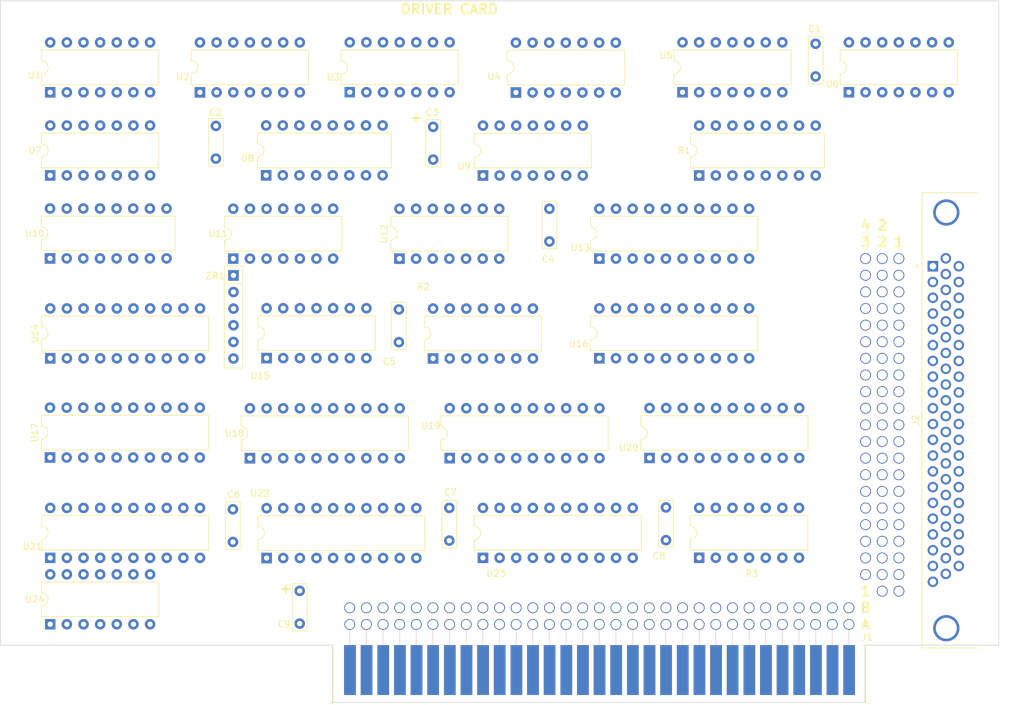
<source format=kicad_pcb>
(kicad_pcb (version 20221018) (generator pcbnew)
  (layers (0 "F.Cu" signal) (1 "In1.Cu" signal) (2 "In2.Cu" signal) (31 "B.Cu" signal) (34 "B.Paste" user) (35 "F.Paste" user) (36 "B.SilkS" user "B.Silkscreen") (37 "F.SilkS" user "F.Silkscreen") (38 "B.Mask" user) (39 "F.Mask" user) (44 "Edge.Cuts" user))
  (net 0 "")
  (net 1 "/GND")
  (net 2 "/##37")
  (net 3 "/5V")
  (net 4 "unconnected-(J1-IRQ2-Pad4)")
  (net 5 "unconnected-(J1--5V-Pad5)")
  (net 6 "unconnected-(J1-DRQ2-Pad6)")
  (net 7 "unconnected-(J1--12V-Pad7)")
  (net 8 "/##71")
  (net 9 "unconnected-(J1-+12V-Pad9)")
  (net 10 "/##75")
  (net 11 "/##73")
  (net 12 "/##72")
  (net 13 "/##74")
  (net 14 "unconnected-(J1-~{DACK3}-Pad15)")
  (net 15 "unconnected-(J1-DRQ3-Pad16)")
  (net 16 "unconnected-(J1-~{DACK1}-Pad17)")
  (net 17 "unconnected-(J1-DRQ1-Pad18)")
  (net 18 "/##2")
  (net 19 "/##141")
  (net 20 "/##86")
  (net 21 "unconnected-(J1-IRQ6-Pad22)")
  (net 22 "unconnected-(J1-IRQ5-Pad23)")
  (net 23 "unconnected-(J1-IRQ4-Pad24)")
  (net 24 "unconnected-(J1-IRQ3-Pad25)")
  (net 25 "unconnected-(J1-~{DACK2}-Pad26)")
  (net 26 "unconnected-(J1-TC-Pad27)")
  (net 27 "/##134")
  (net 28 "unconnected-(J1-OSC-Pad30)")
  (net 29 "/##69")
  (net 30 "/##117")
  (net 31 "/##116")
  (net 32 "/##115")
  (net 33 "/##114")
  (net 34 "/##113")
  (net 35 "/##112")
  (net 36 "/##111")
  (net 37 "/##110")
  (net 38 "/##84")
  (net 39 "/##135")
  (net 40 "/##136")
  (net 41 "/##137")
  (net 42 "/##138")
  (net 43 "/##139")
  (net 44 "/##129")
  (net 45 "/##130")
  (net 46 "/##128")
  (net 47 "/##131")
  (net 48 "/##127")
  (net 49 "/##132")
  (net 50 "/##126")
  (net 51 "/##133")
  (net 52 "/##121")
  (net 53 "/##120")
  (net 54 "/##119")
  (net 55 "/##118")
  (net 56 "/##125")
  (net 57 "/##124")
  (net 58 "/##123")
  (net 59 "/##122")
  (net 60 "/##98")
  (net 61 "/##109")
  (net 62 "/##35")
  (net 63 "/##51")
  (net 64 "/##107")
  (net 65 "/##108")
  (net 66 "/##67")
  (net 67 "/##100")
  (net 68 "/##56")
  (net 69 "/##76")
  (net 70 "/##64")
  (net 71 "/##94")
  (net 72 "/##81")
  (net 73 "/##96")
  (net 74 "/##95")
  (net 75 "/##87")
  (net 76 "/##52")
  (net 77 "/##103")
  (net 78 "/##62")
  (net 79 "/##140")
  (net 80 "/##99")
  (net 81 "/##40")
  (net 82 "/##105")
  (net 83 "/##55")
  (net 84 "/##53")
  (net 85 "/##106")
  (net 86 "/##88")
  (net 87 "/##90")
  (net 88 "/##97")
  (net 89 "/##66")
  (net 90 "/##89")
  (net 91 "/##20")
  (net 92 "/##82")
  (net 93 "/##21")
  (net 94 "/##50")
  (net 95 "/##102")
  (net 96 "/##60")
  (net 97 "/##101")
  (net 98 "/##91")
  (net 99 "/##61")
  (net 100 "/##28")
  (net 101 "/##92")
  (net 102 "/##104")
  (net 103 "/##93")
  (net 112 "/##83")
  (net 113 "/##10")
  (net 114 "/##29")
  (net 115 "/##30")
  (net 116 "/##31")
  (net 117 "/##5")
  (net 118 "/##4")
  (net 119 "/##3")
  (net 120 "/##1")
  (net 121 "/##18")
  (net 122 "/##32")
  (net 123 "/##49")
  (net 124 "/##8")
  (net 125 "/##7")
  (net 126 "/##14")
  (net 127 "/##45")
  (net 128 "/##15")
  (net 129 "/##6")
  (net 130 "/##22")
  (net 131 "/##36")
  (net 132 "/##16")
  (net 133 "/##38")
  (net 134 "/##13")
  (net 135 "/##12")
  (net 136 "/##11")
  (net 137 "/##9")
  (net 138 "/##39")
  (net 140 "/##19")
  (net 141 "/##17")
  (net 142 "/##41")
  (net 143 "/##25")
  (net 144 "/##42")
  (net 145 "/##24")
  (net 146 "/##23")
  (net 147 "/##43")
  (net 148 "/##26")
  (net 149 "/##27")
  (net 157 "/##46")
  (net 158 "/##44")
  (net 159 "/##54")
  (net 167 "/##57")
  (net 168 "/##58")
  (net 169 "/##59")
  (net 170 "/##47")
  (net 171 "/##48")
  (net 172 "/##77")
  (net 173 "/##78")
  (net 174 "/##79")
  (net 175 "/##80")
  (net 176 "/##65")
  (net 178 "/##63")
  (net 179 "/##85")
  (net 180 "/##70")
  (net 181 "/##68")
  (footprint "Capacitor_THT:C_Rect_L7.0mm_W2.0mm_P5.00mm" (layer "F.Cu") (at 93.98 46.91 90)
    (fp_text reference "C4")
    (fp_text value "104")
  )
  (footprint "Package_DIP:DIP-16_W7.62mm" (layer "F.Cu") (at 116.84 36.83 90)
    (fp_text reference "R1")
    (fp_text value "316E221331")
  )
  (footprint "Package_DIP:DIP-14_W7.62mm" (layer "F.Cu") (at 83.834362 36.831795 90)
    (fp_text reference "U9")
    (fp_text value "74LS00")
  )
  (footprint "Package_DIP:DIP-14_W7.62mm" (layer "F.Cu") (at 45.72 49.530798 90)
    (fp_text reference "U11")
    (fp_text value "74LS02")
  )
  (footprint "Package_DIP:DIP-14_W7.62mm" (layer "F.Cu") (at 139.695 24.12 90)
    (fp_text reference "U6")
    (fp_text value "74LS10")
  )
  (footprint "Package_DIP:DIP-16_W7.62mm" (layer "F.Cu") (at 17.748564 49.497213 90)
    (fp_text reference "U10")
    (fp_text value "74LS155")
  )
  (footprint "Package_DIP:DIP-20_W7.62mm" (layer "F.Cu") (at 50.804966 95.271005 90)
    (fp_text reference "U22")
    (fp_text value "74LS244")
  )
  (footprint "Package_DIP:DIP-14_W7.62mm" (layer "F.Cu") (at 17.78 105.385773 90)
    (fp_text reference "U24")
    (fp_text value "74LS32")
  )
  (footprint "Capacitor_THT:C_Rect_L7.0mm_W2.0mm_P5.00mm" (layer "F.Cu") (at 55.85677 100.283814 -90)
    (fp_text reference "C9")
    (fp_text value "106")
  )
  (footprint "Capacitor_THT:C_Rect_L7.0mm_W2.0mm_P5.00mm" (layer "F.Cu") (at 43.066777 29.258974 -90)
    (fp_text reference "C2")
    (fp_text value "104")
  )
  (footprint "Package_DIP:DIP-14_W7.62mm" (layer "F.Cu") (at 63.499999 24.110401 90)
    (fp_text reference "U3")
    (fp_text value "74LS04")
  )
  (footprint "Package_DIP:DIP-14_W7.62mm" (layer "F.Cu") (at 71.087999 49.538264 90)
    (fp_text reference "U12")
    (fp_text value "74LS09")
  )
  (footprint "Package_DIP:DIP-20_W7.62mm" (layer "F.Cu") (at 17.745107 79.915747 90)
    (fp_text reference "U17")
    (fp_text value "74LS374")
  )
  (footprint "Package_DIP:DIP-20_W7.62mm" (layer "F.Cu") (at 83.832334 95.237665 90)
    (fp_text reference "U23")
    (fp_text value "74LS244")
  )
  (footprint "Package_DIP:DIP-20_W7.62mm" (layer "F.Cu") (at 101.6 49.530798 90)
    (fp_text reference "U13")
    (fp_text value "74LS244")
  )
  (footprint "Package_DIP:DIP-14_W7.62mm" (layer "F.Cu") (at 114.295 24.12 90)
    (fp_text reference "U5")
    (fp_text value "74LS32")
  )
  (footprint "Package_DIP:DIP-20_W7.62mm" (layer "F.Cu") (at 48.259999 80.018264 90)
    (fp_text reference "U18")
    (fp_text value "74LS374")
  )
  (footprint "Package_DIP:DIP-14_W7.62mm" (layer "F.Cu") (at 116.84 95.225773 90)
    (fp_text reference "R3")
    (fp_text value "314A822")
  )
  (footprint "Package_DIP:DIP-20_W7.62mm" (layer "F.Cu") (at 17.78 95.239497 90)
    (fp_text reference "U21")
    (fp_text value "74LS244")
  )
  (footprint "Capacitor_THT:C_Rect_L7.0mm_W2.0mm_P5.00mm" (layer "F.Cu") (at 134.611033 16.709132 -90)
    (fp_text reference "C1")
    (fp_text value "104")
  )
  (footprint "Package_DIP:DIP-20_W7.62mm" (layer "F.Cu") (at 101.6 64.753471 90)
    (fp_text reference "U16")
    (fp_text value "74LS244")
  )
  (footprint "Package_DIP:DIP-16_W7.62mm" (layer "F.Cu") (at 50.73761 36.807799 90)
    (fp_text reference "U8")
    (fp_text value "74LS138")
  )
  (footprint "Package_DIP:DIP-14_W7.62mm" (layer "F.Cu") (at 40.635 24.13 90)
    (fp_text reference "U2")
    (fp_text value "74LS08")
  )
  (footprint "Capacitor_THT:C_Rect_L7.0mm_W2.0mm_P5.00mm" (layer "F.Cu") (at 78.69536 87.60768 -90)
    (fp_text reference "C7")
    (fp_text value "104")
  )
  (footprint "Package_DIP:DIP-20_W7.62mm" (layer "F.Cu") (at 109.259429 79.983317 90)
    (fp_text reference "U20")
    (fp_text value "74LS245")
  )
  (footprint "Capacitor_THT:C_Rect_L7.0mm_W2.0mm_P5.00mm" (layer "F.Cu") (at 111.774331 87.540446 -90)
    (fp_text reference "C8")
    (fp_text value "104")
  )
  (footprint "Package_DIP:DIP-20_W7.62mm" (layer "F.Cu") (at 78.755472 80.006131 90)
    (fp_text reference "U19")
    (fp_text value "74LS374")
  )
  (footprint "Package_DIP:DIP-20_W7.62mm" (layer "F.Cu") (at 17.785 64.76 90)
    (fp_text reference "U14")
    (fp_text value "74LS244")
  )
  (footprint "Capacitor_THT:C_Rect_L7.0mm_W2.0mm_P5.00mm" (layer "F.Cu") (at 71.00065 57.299941 -90)
    (fp_text reference "C5")
    (fp_text value "104")
  )
  (footprint "custom:BUS_XT" (layer "F.Cu") (at 63.531194 112.383899 180)
    (fp_text reference "J1")
    (fp_text value "Bus_ISA_8bit" hide)
  )
  (footprint "Package_DIP:DIP-14_W7.62mm" (layer "F.Cu") (at 17.774253 24.127126 90)
    (fp_text reference "U1")
    (fp_text value "74LS74")
  )
  (footprint "Capacitor_THT:C_Rect_L7.0mm_W2.0mm_P5.00mm" (layer "F.Cu") (at 76.229211 29.404261 -90)
    (fp_text reference "C3")
    (fp_text value "106")
  )
  (footprint "Resistor_THT:R_Array_SIP6" (layer "F.Cu") (at 45.748495 52.094017 -90)
    (fp_text reference "ZR1")
    (fp_text value "2k" hide)
  )
  (footprint "Capacitor_THT:C_Rect_L7.0mm_W2.0mm_P5.00mm" (layer "F.Cu") (at 45.668281 87.819724 -90)
    (fp_text reference "C6")
    (fp_text value "104")
  )
  (footprint "Package_DIP:DIP-14_W7.62mm" (layer "F.Cu") (at 76.216038 64.780502 90)
    (fp_text reference "R2")
    (fp_text value "314A822")
  )
  (footprint "Connector_Dsub:DSUB-62-HD_Female_Horizontal_P2.41x1.98mm_EdgePinOffset3.03mm_Housed_MountingHolesOffset4.94mm" (layer "F.Cu") (at 152.512866 50.695018 90)
    (fp_text reference "J2")
    (fp_text value "DC62_Female")
  )
  (footprint "Package_DIP:DIP-14_W7.62mm" (layer "F.Cu") (at 88.863176 24.15944 90)
    (fp_text reference "U4")
    (fp_text value "74LS74")
  )
  (footprint "Package_DIP:DIP-14_W7.62mm" (layer "F.Cu") (at 50.801596 64.731872 90)
    (fp_text reference "U15")
    (fp_text value "74LS21")
  )
  (footprint "Package_DIP:DIP-14_W7.62mm" (layer "F.Cu") (at 17.775 36.82 90)
    (fp_text reference "U7")
    (fp_text value "74LS74")
  )
  (gr_line (start 60.864409 117.31625) (end 142.135 117.31625) (stroke (width 0.1)) (layer "Edge.Cuts"))
  (gr_line (start 162.56 10.16) (end 162.56 108.585) (stroke (width 0.1)) (layer "Edge.Cuts"))
  (gr_line (start 162.56 108.585) (end 142.135 108.585) (stroke (width 0.1)) (layer "Edge.Cuts"))
  (gr_line (start 60.864409 117.31625) (end 60.864409 108.585) (stroke (width 0.1)) (layer "Edge.Cuts"))
  (gr_line (start 10.16 108.585) (end 60.864409 108.585) (stroke (width 0.1)) (layer "Edge.Cuts"))
  (gr_line (start 10.16 108.585) (end 10.16 10.16) (stroke (width 0.1)) (layer "Edge.Cuts"))
  (gr_line (start 10.16 10.16) (end 162.56 10.16) (stroke (width 0.1)) (layer "Edge.Cuts"))
  (gr_line (start 142.135 117.31625) (end 142.135 108.585) (stroke (width 0.1)) (layer "Edge.Cuts"))
  (gr_text "3" (at 142.24 46.99) (layer "F.SilkS") (effects (font (size 1.5 1.5) (thickness 0.3))))
  (gr_text "4" (at 142.24 44.45) (layer "F.SilkS") (effects (font (size 1.5 1.5) (thickness 0.3))))
  (gr_text "2" (at 144.78 46.99) (layer "F.SilkS") (effects (font (size 1.5 1.5) (thickness 0.3))))
  (gr_text "+" (at 53.750333 99.899882) (layer "F.SilkS") (effects (font (size 1.5 1.5) (thickness 0.3))))
  (gr_text "1" (at 142.24 100.33) (layer "F.SilkS") (effects (font (size 1.5 1.5) (thickness 0.3))))
  (gr_text "B" (at 142.24 102.87) (layer "F.SilkS") (effects (font (size 1.5 1.5) (thickness 0.3))))
  (gr_text "A" (at 142.24 105.41) (layer "F.SilkS") (effects (font (size 1.5 1.5) (thickness 0.3))))
  (gr_text "1" (at 147.32 46.99) (layer "F.SilkS") (effects (font (size 1.5 1.5) (thickness 0.3))))
  (gr_text "2" (at 144.78 44.45) (layer "F.SilkS") (effects (font (size 1.5 1.5) (thickness 0.3))))
  (gr_text "+" (at 73.66 27.94) (layer "F.SilkS") (effects (font (size 1.5 1.5) (thickness 0.3))))
  (gr_text "DRIVER CARD" (at 71.12 11.43) (layer "F.SilkS") (effects (font (size 1.5 1.5) (thickness 0.3)) (justify left)))
  (via (at 142.24 87.63) (size 1.65) (drill 1.4) (layers "F.Cu" "B.Cu") (net 1))
  (via (at 142.24 67.31) (size 1.65) (drill 1.4) (layers "F.Cu" "B.Cu") (net 1))
  (via (at 142.24 85.09) (size 1.65) (drill 1.4) (layers "F.Cu" "B.Cu") (net 1))
  (via (at 142.24 77.47) (size 1.65) (drill 1.4) (layers "F.Cu" "B.Cu") (net 1))
  (via (at 86.36 102.87) (size 1.65) (drill 1.4) (layers "F.Cu" "B.Cu") (net 1))
  (via (at 139.7 102.87) (size 1.65) (drill 1.4) (layers "F.Cu" "B.Cu") (net 1))
  (via (at 147.32 59.69) (size 1.65) (drill 1.4) (layers "F.Cu" "B.Cu") (net 1))
  (via (at 144.78 62.23) (size 1.65) (drill 1.4) (layers "F.Cu" "B.Cu") (net 1))
  (via (at 142.24 80.01) (size 1.65) (drill 1.4) (layers "F.Cu" "B.Cu") (net 1))
  (via (at 147.32 62.23) (size 1.65) (drill 1.4) (layers "F.Cu" "B.Cu") (net 1))
  (via (at 142.24 90.17) (size 1.65) (drill 1.4) (layers "F.Cu" "B.Cu") (net 1))
  (via (at 144.78 54.61) (size 1.65) (drill 1.4) (layers "F.Cu" "B.Cu") (net 1))
  (via (at 144.78 87.63) (size 1.65) (drill 1.4) (layers "F.Cu" "B.Cu") (net 1))
  (via (at 142.24 95.25) (size 1.65) (drill 1.4) (layers "F.Cu" "B.Cu") (net 1))
  (via (at 147.32 95.25) (size 1.65) (drill 1.4) (layers "F.Cu" "B.Cu") (net 1))
  (via (at 142.24 92.71) (size 1.65) (drill 1.4) (layers "F.Cu" "B.Cu") (net 1))
  (via (at 142.24 97.79) (size 1.65) (drill 1.4) (layers "F.Cu" "B.Cu") (net 1))
  (via (at 63.5 102.87) (size 1.65) (drill 1.4) (layers "F.Cu" "B.Cu") (net 1))
  (via (at 142.24 57.15) (size 1.65) (drill 1.4) (layers "F.Cu" "B.Cu") (net 1))
  (via (at 147.32 90.17) (size 1.65) (drill 1.4) (layers "F.Cu" "B.Cu") (net 1))
  (via (at 144.78 52.07) (size 1.65) (drill 1.4) (layers "F.Cu" "B.Cu") (net 1))
  (via (at 66.04 102.87) (size 1.65) (drill 1.4) (layers "F.Cu" "B.Cu") (net 2))
  (via (at 134.62 102.87) (size 1.65) (drill 1.4) (layers "F.Cu" "B.Cu") (net 3))
  (via (at 68.58 102.87) (size 1.65) (drill 1.4) (layers "F.Cu" "B.Cu") (net 3))
  (via (at 71.12 102.87) (size 1.65) (drill 1.4) (layers "F.Cu" "B.Cu") (net 4))
  (via (at 73.66 102.87) (size 1.65) (drill 1.4) (layers "F.Cu" "B.Cu") (net 5))
  (via (at 76.2 102.87) (size 1.65) (drill 1.4) (layers "F.Cu" "B.Cu") (net 6))
  (via (at 78.74 102.87) (size 1.65) (drill 1.4) (layers "F.Cu" "B.Cu") (net 7))
  (via (at 81.28 102.87) (size 1.65) (drill 1.4) (layers "F.Cu" "B.Cu") (net 8))
  (via (at 83.82 102.87) (size 1.65) (drill 1.4) (layers "F.Cu" "B.Cu") (net 9))
  (via (at 88.9 102.87) (size 1.65) (drill 1.4) (layers "F.Cu" "B.Cu") (net 10))
  (via (at 91.44 102.87) (size 1.65) (drill 1.4) (layers "F.Cu" "B.Cu") (net 11))
  (via (at 93.98 102.87) (size 1.65) (drill 1.4) (layers "F.Cu" "B.Cu") (net 12))
  (via (at 96.52 102.87) (size 1.65) (drill 1.4) (layers "F.Cu" "B.Cu") (net 13))
  (via (at 99.06 102.87) (size 1.65) (drill 1.4) (layers "F.Cu" "B.Cu") (net 14))
  (via (at 101.6 102.87) (size 1.65) (drill 1.4) (layers "F.Cu" "B.Cu") (net 15))
  (via (at 104.14 102.87) (size 1.65) (drill 1.4) (layers "F.Cu" "B.Cu") (net 16))
  (via (at 106.68 102.87) (size 1.65) (drill 1.4) (layers "F.Cu" "B.Cu") (net 17))
  (via (at 109.22 102.87) (size 1.65) (drill 1.4) (layers "F.Cu" "B.Cu") (net 18))
  (via (at 111.76 102.87) (size 1.65) (drill 1.4) (layers "F.Cu" "B.Cu") (net 19))
  (via (at 114.3 102.87) (size 1.65) (drill 1.4) (layers "F.Cu" "B.Cu") (net 20))
  (via (at 116.84 102.87) (size 1.65) (drill 1.4) (layers "F.Cu" "B.Cu") (net 21))
  (via (at 119.38 102.87) (size 1.65) (drill 1.4) (layers "F.Cu" "B.Cu") (net 22))
  (via (at 121.92 102.87) (size 1.65) (drill 1.4) (layers "F.Cu" "B.Cu") (net 23))
  (via (at 124.46 102.87) (size 1.65) (drill 1.4) (layers "F.Cu" "B.Cu") (net 24))
  (via (at 127 102.87) (size 1.65) (drill 1.4) (layers "F.Cu" "B.Cu") (net 25))
  (via (at 129.54 102.87) (size 1.65) (drill 1.4) (layers "F.Cu" "B.Cu") (net 26))
  (via (at 132.08 102.87) (size 1.65) (drill 1.4) (layers "F.Cu" "B.Cu") (net 27))
  (via (at 137.16 102.87) (size 1.65) (drill 1.4) (layers "F.Cu" "B.Cu") (net 28))
  (segment (start 63.497 113.665) (end 63.497 105.413) (width 0.0254) (layer "F.Cu") (net 29))
  (segment (start 63.497 105.413) (end 63.5 105.41) (width 0.0254) (layer "F.Cu") (net 29))
  (via (at 63.5 105.41) (size 1.65) (drill 1.4) (layers "F.Cu" "B.Cu") (net 29))
  (segment (start 66.04 105.41) (end 66.037 105.413) (width 0.0254) (layer "F.Cu") (net 30))
  (segment (start 66.037 105.413) (end 66.037 113.665) (width 0.0254) (layer "F.Cu") (net 30))
  (via (at 66.04 105.41) (size 1.65) (drill 1.4) (layers "F.Cu" "B.Cu") (net 30))
  (segment (start 68.577 105.413) (end 68.58 105.41) (width 0.0254) (layer "F.Cu") (net 31))
  (segment (start 68.577 113.665) (end 68.577 105.413) (width 0.0254) (layer "F.Cu") (net 31))
  (via (at 68.58 105.41) (size 1.65) (drill 1.4) (layers "F.Cu" "B.Cu") (net 31))
  (segment (start 71.117 105.413) (end 71.117 113.665) (width 0.0254) (layer "F.Cu") (net 32))
  (segment (start 71.12 105.41) (end 71.117 105.413) (width 0.0254) (layer "F.Cu") (net 32))
  (via (at 71.12 105.41) (size 1.65) (drill 1.4) (layers "F.Cu" "B.Cu") (net 32))
  (segment (start 73.66 105.41) (end 73.657 105.413) (width 0.0254) (layer "F.Cu") (net 33))
  (segment (start 73.657 105.413) (end 73.657 113.665) (width 0.0254) (layer "F.Cu") (net 33))
  (via (at 73.66 105.41) (size 1.65) (drill 1.4) (layers "F.Cu" "B.Cu") (net 33))
  (segment (start 76.197 105.413) (end 76.2 105.41) (width 0.0254) (layer "F.Cu") (net 34))
  (segment (start 76.197 113.665) (end 76.197 105.413) (width 0.0254) (layer "F.Cu") (net 34))
  (via (at 76.2 105.41) (size 1.65) (drill 1.4) (layers "F.Cu" "B.Cu") (net 34))
  (segment (start 78.737 105.413) (end 78.74 105.41) (width 0.0254) (layer "F.Cu") (net 35))
  (segment (start 78.737 113.665) (end 78.737 105.413) (width 0.0254) (layer "F.Cu") (net 35))
  (via (at 78.74 105.41) (size 1.65) (drill 1.4) (layers "F.Cu" "B.Cu") (net 35))
  (segment (start 81.277 113.665) (end 81.277 105.413) (width 0.0254) (layer "F.Cu") (net 36))
  (segment (start 81.277 105.413) (end 81.28 105.41) (width 0.0254) (layer "F.Cu") (net 36))
  (via (at 81.28 105.41) (size 1.65) (drill 1.4) (layers "F.Cu" "B.Cu") (net 36))
  (segment (start 83.817 105.413) (end 83.82 105.41) (width 0.0254) (layer "F.Cu") (net 37))
  (segment (start 83.817 113.665) (end 83.817 105.413) (width 0.0254) (layer "F.Cu") (net 37))
  (via (at 83.82 105.41) (size 1.65) (drill 1.4) (layers "F.Cu" "B.Cu") (net 37))
  (segment (start 86.357 105.413) (end 86.36 105.41) (width 0.0254) (layer "F.Cu") (net 38))
  (segment (start 86.357 113.665) (end 86.357 105.413) (width 0.0254) (layer "F.Cu") (net 38))
  (via (at 86.36 105.41) (size 1.65) (drill 1.4) (layers "F.Cu" "B.Cu") (net 38))
  (segment (start 88.897 113.665) (end 88.897 105.413) (width 0.0254) (layer "F.Cu") (net 39))
  (segment (start 88.897 105.413) (end 88.9 105.41) (width 0.0254) (layer "F.Cu") (net 39))
  (via (at 88.9 105.41) (size 1.65) (drill 1.4) (layers "F.Cu" "B.Cu") (net 39))
  (segment (start 91.437 113.665) (end 91.437 105.413) (width 0.0254) (layer "F.Cu") (net 40))
  (segment (start 91.437 105.413) (end 91.44 105.41) (width 0.0254) (layer "F.Cu") (net 40))
  (via (at 91.44 105.41) (size 1.65) (drill 1.4) (layers "F.Cu" "B.Cu") (net 40))
  (segment (start 93.977 105.413) (end 93.98 105.41) (width 0.0254) (layer "F.Cu") (net 41))
  (segment (start 93.977 113.665) (end 93.977 105.413) (width 0.0254) (layer "F.Cu") (net 41))
  (via (at 93.98 105.41) (size 1.65) (drill 1.4) (layers "F.Cu" "B.Cu") (net 41))
  (segment (start 96.517 113.665) (end 96.517 105.413) (width 0.0254) (layer "F.Cu") (net 42))
  (segment (start 96.517 105.413) (end 96.52 105.41) (width 0.0254) (layer "F.Cu") (net 42))
  (via (at 96.52 105.41) (size 1.65) (drill 1.4) (layers "F.Cu" "B.Cu") (net 42))
  (segment (start 99.057 105.413) (end 99.057 113.665) (width 0.0254) (layer "F.Cu") (net 43))
  (segment (start 99.06 105.41) (end 99.057 105.413) (width 0.0254) (layer "F.Cu") (net 43))
  (via (at 99.06 105.41) (size 1.65) (drill 1.4) (layers "F.Cu" "B.Cu") (net 43))
  (segment (start 101.597 113.665) (end 101.597 105.413) (width 0.0254) (layer "F.Cu") (net 44))
  (segment (start 101.597 105.413) (end 101.6 105.41) (width 0.0254) (layer "F.Cu") (net 44))
  (via (at 101.6 105.41) (size 1.65) (drill 1.4) (layers "F.Cu" "B.Cu") (net 44))
  (segment (start 104.14 105.41) (end 104.137 105.413) (width 0.0254) (layer "F.Cu") (net 45))
  (segment (start 104.137 105.413) (end 104.137 113.665) (width 0.0254) (layer "F.Cu") (net 45))
  (via (at 104.14 105.41) (size 1.65) (drill 1.4) (layers "F.Cu" "B.Cu") (net 45))
  (segment (start 106.677 105.413) (end 106.68 105.41) (width 0.0254) (layer "F.Cu") (net 46))
  (segment (start 106.677 113.665) (end 106.677 105.413) (width 0.0254) (layer "F.Cu") (net 46))
  (via (at 106.68 105.41) (size 1.65) (drill 1.4) (layers "F.Cu" "B.Cu") (net 46))
  (segment (start 109.22 105.41) (end 109.217 105.413) (width 0.0254) (layer "F.Cu") (net 47))
  (segment (start 109.217 105.413) (end 109.217 113.665) (width 0.0254) (layer "F.Cu") (net 47))
  (via (at 109.22 105.41) (size 1.65) (drill 1.4) (layers "F.Cu" "B.Cu") (net 47))
  (segment (start 111.757 105.413) (end 111.76 105.41) (width 0.0254) (layer "F.Cu") (net 48))
  (segment (start 111.757 113.665) (end 111.757 105.413) (width 0.0254) (layer "F.Cu") (net 48))
  (via (at 111.76 105.41) (size 1.65) (drill 1.4) (layers "F.Cu" "B.Cu") (net 48))
  (segment (start 114.3 105.41) (end 114.297 105.413) (width 0.0254) (layer "F.Cu") (net 49))
  (segment (start 114.297 105.413) (end 114.297 113.665) (width 0.0254) (layer "F.Cu") (net 49))
  (via (at 114.3 105.41) (size 1.65) (drill 1.4) (layers "F.Cu" "B.Cu") (net 49))
  (segment (start 116.837 105.413) (end 116.84 105.41) (width 0.0254) (layer "F.Cu") (net 50))
  (segment (start 116.837 113.665) (end 116.837 105.413) (width 0.0254) (layer "F.Cu") (net 50))
  (via (at 116.84 105.41) (size 1.65) (drill 1.4) (layers "F.Cu" "B.Cu") (net 50))
  (segment (start 119.38 105.41) (end 119.377 105.413) (width 0.0254) (layer "F.Cu") (net 51))
  (segment (start 119.377 105.413) (end 119.377 113.665) (width 0.0254) (layer "F.Cu") (net 51))
  (via (at 119.38 105.41) (size 1.65) (drill 1.4) (layers "F.Cu" "B.Cu") (net 51))
  (segment (start 121.917 105.413) (end 121.92 105.41) (width 0.0254) (layer "F.Cu") (net 52))
  (segment (start 121.917 113.665) (end 121.917 105.413) (width 0.0254) (layer "F.Cu") (net 52))
  (via (at 121.92 105.41) (size 1.65) (drill 1.4) (layers "F.Cu" "B.Cu") (net 52))
  (segment (start 124.457 105.413) (end 124.457 113.665) (width 0.0254) (layer "F.Cu") (net 53))
  (segment (start 124.46 105.41) (end 124.457 105.413) (width 0.0254) (layer "F.Cu") (net 53))
  (via (at 124.46 105.41) (size 1.65) (drill 1.4) (layers "F.Cu" "B.Cu") (net 53))
  (segment (start 126.997 105.413) (end 127 105.41) (width 0.0254) (layer "F.Cu") (net 54))
  (segment (start 126.997 113.665) (end 126.997 105.413) (width 0.0254) (layer "F.Cu") (net 54))
  (via (at 127 105.41) (size 1.65) (drill 1.4) (layers "F.Cu" "B.Cu") (net 54))
  (segment (start 129.537 105.413) (end 129.54 105.41) (width 0.0254) (layer "F.Cu") (net 55))
  (segment (start 129.537 113.665) (end 129.537 105.413) (width 0.0254) (layer "F.Cu") (net 55))
  (via (at 129.54 105.41) (size 1.65) (drill 1.4) (layers "F.Cu" "B.Cu") (net 55))
  (segment (start 132.077 105.413) (end 132.08 105.41) (width 0.0254) (layer "F.Cu") (net 56))
  (segment (start 132.077 113.665) (end 132.077 105.413) (width 0.0254) (layer "F.Cu") (net 56))
  (via (at 132.08 105.41) (size 1.65) (drill 1.4) (layers "F.Cu" "B.Cu") (net 56))
  (segment (start 134.617 113.665) (end 134.617 105.413) (width 0.0254) (layer "F.Cu") (net 57))
  (segment (start 134.617 105.413) (end 134.62 105.41) (width 0.0254) (layer "F.Cu") (net 57))
  (via (at 134.62 105.41) (size 1.65) (drill 1.4) (layers "F.Cu" "B.Cu") (net 57))
  (segment (start 137.157 113.665) (end 137.157 105.413) (width 0.0254) (layer "F.Cu") (net 58))
  (segment (start 137.157 105.413) (end 137.16 105.41) (width 0.0254) (layer "F.Cu") (net 58))
  (via (at 137.16 105.41) (size 1.65) (drill 1.4) (layers "F.Cu" "B.Cu") (net 58))
  (segment (start 139.7 110.742) (end 139.7 105.41) (width 0.0254) (layer "F.Cu") (net 59))
  (segment (start 139.697 113.665) (end 139.697 110.745) (width 0.0254) (layer "F.Cu") (net 59))
  (segment (start 139.697 110.745) (end 139.7 110.742) (width 0.0254) (layer "F.Cu") (net 59))
  (via (at 139.7 105.41) (size 1.65) (drill 1.4) (layers "F.Cu" "B.Cu") (net 59))
  (via (at 147.32 49.53) (size 1.65) (drill 1.4) (layers "F.Cu" "B.Cu") (net 60))
  (via (at 147.32 52.07) (size 1.65) (drill 1.4) (layers "F.Cu" "B.Cu") (net 61))
  (via (at 147.32 54.61) (size 1.65) (drill 1.4) (layers "F.Cu" "B.Cu") (net 62))
  (via (at 147.32 57.15) (size 1.65) (drill 1.4) (layers "F.Cu" "B.Cu") (net 63))
  (via (at 147.32 64.77) (size 1.65) (drill 1.4) (layers "F.Cu" "B.Cu") (net 64))
  (via (at 147.32 67.31) (size 1.65) (drill 1.4) (layers "F.Cu" "B.Cu") (net 65))
  (via (at 147.32 69.85) (size 1.65) (drill 1.4) (layers "F.Cu" "B.Cu") (net 66))
  (via (at 147.32 72.39) (size 1.65) (drill 1.4) (layers "F.Cu" "B.Cu") (net 67))
  (via (at 147.32 74.93) (size 1.65) (drill 1.4) (layers "F.Cu" "B.Cu") (net 68))
  (via (at 147.32 77.47) (size 1.65) (drill 1.4) (layers "F.Cu" "B.Cu") (net 69))
  (via (at 147.32 80.01) (size 1.65) (drill 1.4) (layers "F.Cu" "B.Cu") (net 70))
  (via (at 147.32 82.55) (size 1.65) (drill 1.4) (layers "F.Cu" "B.Cu") (net 71))
  (via (at 147.32 85.09) (size 1.65) (drill 1.4) (layers "F.Cu" "B.Cu") (net 72))
  (via (at 147.32 87.63) (size 1.65) (drill 1.4) (layers "F.Cu" "B.Cu") (net 73))
  (via (at 147.32 92.71) (size 1.65) (drill 1.4) (layers "F.Cu" "B.Cu") (net 74))
  (via (at 147.32 97.79) (size 1.65) (drill 1.4) (layers "F.Cu" "B.Cu") (net 75))
  (via (at 147.32 100.33) (size 1.65) (drill 1.4) (layers "F.Cu" "B.Cu") (net 76))
  (via (at 144.78 49.53) (size 1.65) (drill 1.4) (layers "F.Cu" "B.Cu") (net 77))
  (via (at 144.78 57.15) (size 1.65) (drill 1.4) (layers "F.Cu" "B.Cu") (net 78))
  (via (at 144.78 59.69) (size 1.65) (drill 1.4) (layers "F.Cu" "B.Cu") (net 79))
  (via (at 144.78 64.77) (size 1.65) (drill 1.4) (layers "F.Cu" "B.Cu") (net 80))
  (via (at 144.78 67.31) (size 1.65) (drill 1.4) (layers "F.Cu" "B.Cu") (net 81))
  (via (at 144.78 69.85) (size 1.65) (drill 1.4) (layers "F.Cu" "B.Cu") (net 82))
  (via (at 144.78 72.39) (size 1.65) (drill 1.4) (layers "F.Cu" "B.Cu") (net 83))
  (via (at 144.78 74.93) (size 1.65) (drill 1.4) (layers "F.Cu" "B.Cu") (net 84))
  (via (at 144.78 77.47) (size 1.65) (drill 1.4) (layers "F.Cu" "B.Cu") (net 85))
  (via (at 144.78 80.01) (size 1.65) (drill 1.4) (layers "F.Cu" "B.Cu") (net 86))
  (via (at 144.78 82.55) (size 1.65) (drill 1.4) (layers "F.Cu" "B.Cu") (net 87))
  (via (at 144.78 85.09) (size 1.65) (drill 1.4) (layers "F.Cu" "B.Cu") (net 88))
  (via (at 144.78 90.17) (size 1.65) (drill 1.4) (layers "F.Cu" "B.Cu") (net 89))
  (via (at 144.78 92.71) (size 1.65) (drill 1.4) (layers "F.Cu" "B.Cu") (net 90))
  (via (at 144.78 95.25) (size 1.65) (drill 1.4) (layers "F.Cu" "B.Cu") (net 91))
  (via (at 144.78 97.79) (size 1.65) (drill 1.4) (layers "F.Cu" "B.Cu") (net 92))
  (via (at 144.78 100.33) (size 1.65) (drill 1.4) (layers "F.Cu" "B.Cu") (net 93))
  (via (at 142.24 49.53) (size 1.65) (drill 1.4) (layers "F.Cu" "B.Cu") (net 94))
  (via (at 142.24 52.07) (size 1.65) (drill 1.4) (layers "F.Cu" "B.Cu") (net 95))
  (via (at 142.24 54.61) (size 1.65) (drill 1.4) (layers "F.Cu" "B.Cu") (net 96))
  (via (at 142.24 59.69) (size 1.65) (drill 1.4) (layers "F.Cu" "B.Cu") (net 97))
  (via (at 142.24 62.23) (size 1.65) (drill 1.4) (layers "F.Cu" "B.Cu") (net 98))
  (via (at 142.24 64.77) (size 1.65) (drill 1.4) (layers "F.Cu" "B.Cu") (net 99))
  (via (at 142.24 69.85) (size 1.65) (drill 1.4) (layers "F.Cu" "B.Cu") (net 100))
  (via (at 142.24 72.39) (size 1.65) (drill 1.4) (layers "F.Cu" "B.Cu") (net 101))
  (via (at 142.24 74.93) (size 1.65) (drill 1.4) (layers "F.Cu" "B.Cu") (net 102))
  (via (at 142.24 82.55) (size 1.65) (drill 1.4) (layers "F.Cu" "B.Cu") (net 103))
)
</source>
